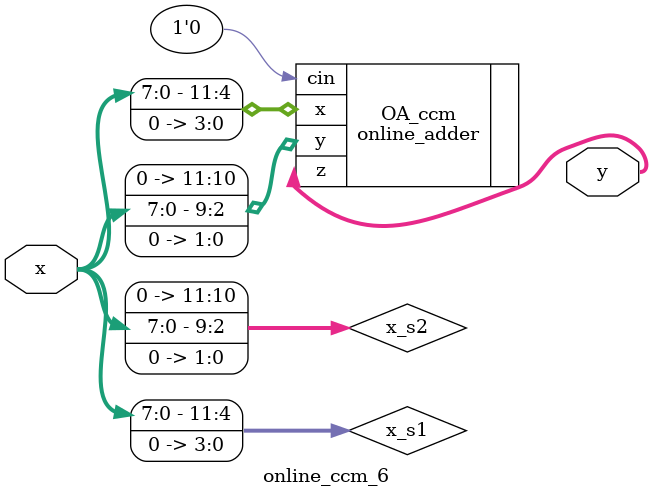
<source format=v>
`timescale 1ns / 1ps
module online_ccm_6(x,y);
parameter Stage = 4;

localparam s1 = 2;
localparam s2 = 1;

localparam WL 		= 2*Stage;
localparam WL_oa	= 2*(Stage+s1);		//WL of OA inputs
localparam WL_s2	= 2*(Stage+s2);
localparam WL_out = 2*(Stage+s1+1);

	input [WL-1:0] x;
	output [WL_out-1:0] y;
	
	wire [WL_oa-1:0] x_s1, x_s2;
	
	assign x_s1[WL_oa-1:WL_oa-WL] = x;
	assign x_s1[WL_oa-WL-1:0]		= 'b0;
	
	assign x_s2[WL_oa-1:WL_s2] 	= 'b0;
	assign x_s2[WL_s2-1:WL_s2-WL]	= x;
	assign x_s2[WL_s2-WL-1:0]		= 'b0;
	
	online_adder #(Stage+s1) OA_ccm(.x(x_s1),.y(x_s2),.cin(1'b0),.z(y));

endmodule

</source>
